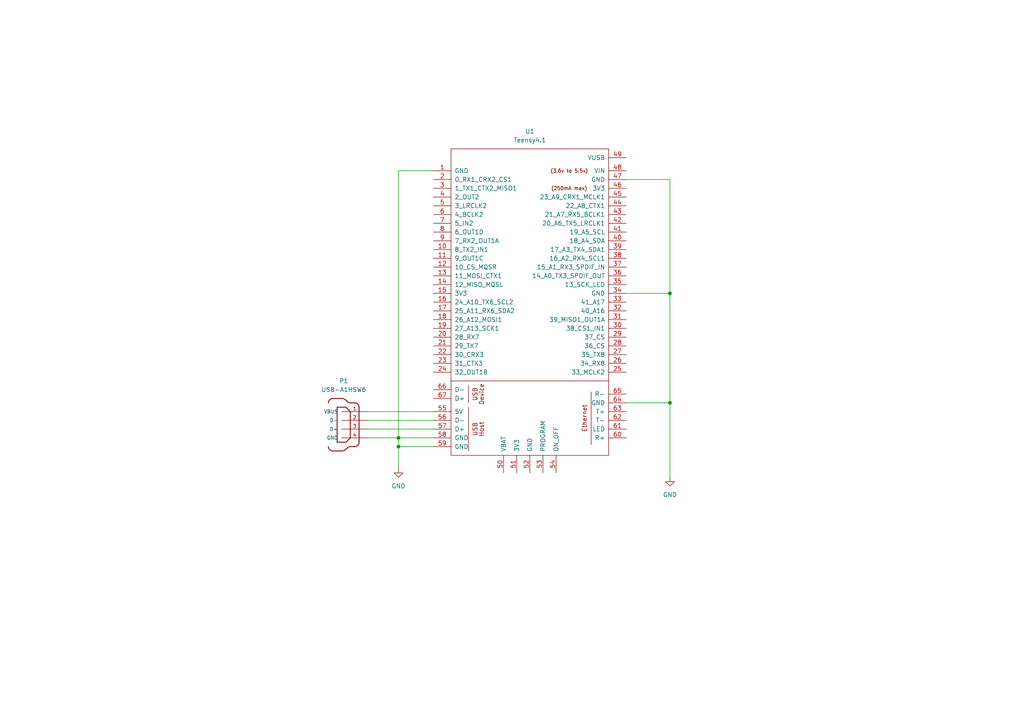
<source format=kicad_sch>
(kicad_sch (version 20211123) (generator eeschema)
  (paper "A4")
  (lib_symbols
    (symbol "USB-A1HSW6:USB-A1HSW6" (pin_names (offset 1.016))
      (property "Reference" "P" (at -2.5418 11.438 0))
      (property "Value" "USB-A1HSW6" (at -2.5436 -10.1744 0))
      (symbol "USB-A1HSW6_0_0"
        (arc (start -2.54 -3.81) (mid -2.168 -4.708) (end -1.27 -5.08) (stroke (width 0.254)))
        (arc (start -1.27 7.62) (mid -2.168 7.248) (end -2.54 6.35) (stroke (width 0.254)))
        (polyline (pts (xy -2.54 6.35) (xy -2.54 -3.81)) (stroke (width 0.254)))
        (polyline (pts (xy -1.27 -5.08) (xy 0 -5.08)) (stroke (width 0.254)))
        (polyline (pts (xy -1.27 7.62) (xy 0 7.62)) (stroke (width 0.254)))
        (polyline (pts (xy 0 -2.54) (xy 1.27 -3.81)) (stroke (width 0.254)))
        (polyline (pts (xy 0 5.08) (xy 0 -2.54)) (stroke (width 0.254)))
        (polyline (pts (xy 1.27 -3.81) (xy 3.81 -3.81)) (stroke (width 0.254)))
        (polyline (pts (xy 1.27 6.35) (xy 0 5.08)) (stroke (width 0.254)))
        (polyline (pts (xy 2.54 -6.35) (xy 5.08 -6.35)) (stroke (width 0.254)))
        (polyline (pts (xy 2.54 8.89) (xy 5.08 8.89)) (stroke (width 0.254)))
        (polyline (pts (xy 3.81 -3.81) (xy 3.81 6.35)) (stroke (width 0.254)))
        (polyline (pts (xy 3.81 6.35) (xy 1.27 6.35)) (stroke (width 0.254)))
        (arc (start 0 7.62) (mid 0.568 7.754) (end 1.016 8.128) (stroke (width 0.254)))
        (arc (start 1.016 -5.588) (mid 0.5667 -5.2134) (end 0 -5.08) (stroke (width 0.254)))
        (arc (start 1.016 -5.588) (mid 1.6881 -6.1489) (end 2.54 -6.35) (stroke (width 0.254)))
        (arc (start 2.54 8.89) (mid 1.6861 8.6879) (end 1.016 8.128) (stroke (width 0.254)))
        (arc (start 5.08 -6.35) (mid 5.978 -5.978) (end 6.35 -5.08) (stroke (width 0.254)))
        (arc (start 6.35 7.62) (mid 5.978 8.518) (end 5.08 8.89) (stroke (width 0.254)))
        (pin power_in line (at -5.08 5.08 0) (length 7.62) (name "VBUS") (number "1"))
        (pin bidirectional line (at -5.08 2.54 0) (length 7.62) (name "D-") (number "2"))
        (pin bidirectional line (at -5.08 0 0) (length 7.62) (name "D+") (number "3"))
        (pin power_in line (at -5.08 -2.54 0) (length 7.62) (name "GND") (number "4"))
      )
    )
    (symbol "power:GND" (power) (pin_names (offset 0))
      (property "Value" "GND" (at 0 -3.81 0))
      (symbol "GND_0_1"
        (polyline (pts (xy 0 0) (xy 0 -1.27) (xy 1.27 -1.27) (xy 0 -2.54) (xy -1.27 -1.27) (xy 0 -1.27)))
      )
      (symbol "GND_1_1"
        (pin power_in line (at 0 0 270) (length 0) hide (name "GND") (number "1"))
      )
    )
    (symbol "teensy:Teensy4.1" (pin_names (offset 1.016))
      (property "Reference" "U" (at 0 64.77 0))
      (property "Value" "Teensy4.1" (at 0 62.23 0))
      (symbol "Teensy4.1_0_0"
        (polyline (pts (xy -22.86 -6.35) (xy 22.86 -6.35)))
        (polyline (pts (xy -17.78 -26.67) (xy -17.78 -13.97)))
        (polyline (pts (xy -17.78 -7.62) (xy -17.78 -12.7)))
        (polyline (pts (xy 17.78 -9.525) (xy 17.78 -24.765)))
        (text "(250mA max)" (at 11.43 49.53 0) (effects (font (size 1.016 1.016))))
        (text "(3.6v to 5.5v)" (at 11.43 54.61 0) (effects (font (size 1.016 1.016))))
        (text "Device" (at -13.97 -10.16 900) (effects (font (size 1.27 1.27))))
        (text "Ethernet" (at 15.875 -17.145 900) (effects (font (size 1.27 1.27))))
        (text "Host" (at -13.97 -20.32 900) (effects (font (size 1.27 1.27))))
        (text "USB" (at -15.875 -20.32 900) (effects (font (size 1.27 1.27))))
        (text "USB" (at -15.875 -10.16 900) (effects (font (size 1.27 1.27))))
        (pin bidirectional line (at -27.94 31.75 0) (length 5.08) (name "8_TX2_IN1") (number "10"))
        (pin bidirectional line (at -27.94 29.21 0) (length 5.08) (name "9_OUT1C") (number "11"))
        (pin bidirectional line (at -27.94 26.67 0) (length 5.08) (name "10_CS_MQSR") (number "12"))
        (pin bidirectional line (at -27.94 24.13 0) (length 5.08) (name "11_MOSI_CTX1") (number "13"))
        (pin bidirectional line (at -27.94 21.59 0) (length 5.08) (name "12_MISO_MQSL") (number "14"))
        (pin power_in line (at -27.94 19.05 0) (length 5.08) (name "3V3") (number "15"))
        (pin bidirectional line (at -27.94 16.51 0) (length 5.08) (name "24_A10_TX6_SCL2") (number "16"))
        (pin bidirectional line (at -27.94 13.97 0) (length 5.08) (name "25_A11_RX6_SDA2") (number "17"))
        (pin bidirectional line (at -27.94 11.43 0) (length 5.08) (name "26_A12_MOSI1") (number "18"))
        (pin bidirectional line (at -27.94 8.89 0) (length 5.08) (name "27_A13_SCK1") (number "19"))
        (pin bidirectional line (at -27.94 6.35 0) (length 5.08) (name "28_RX7") (number "20"))
        (pin bidirectional line (at -27.94 3.81 0) (length 5.08) (name "29_TX7") (number "21"))
        (pin bidirectional line (at -27.94 1.27 0) (length 5.08) (name "30_CRX3") (number "22"))
        (pin bidirectional line (at -27.94 -1.27 0) (length 5.08) (name "31_CTX3") (number "23"))
        (pin bidirectional line (at -27.94 -3.81 0) (length 5.08) (name "32_OUT1B") (number "24"))
        (pin bidirectional line (at 27.94 -3.81 180) (length 5.08) (name "33_MCLK2") (number "25"))
        (pin bidirectional line (at 27.94 -1.27 180) (length 5.08) (name "34_RX8") (number "26"))
        (pin bidirectional line (at 27.94 1.27 180) (length 5.08) (name "35_TX8") (number "27"))
        (pin bidirectional line (at 27.94 3.81 180) (length 5.08) (name "36_CS") (number "28"))
        (pin bidirectional line (at 27.94 6.35 180) (length 5.08) (name "37_CS") (number "29"))
        (pin bidirectional line (at 27.94 8.89 180) (length 5.08) (name "38_CS1_IN1") (number "30"))
        (pin bidirectional line (at 27.94 11.43 180) (length 5.08) (name "39_MISO1_OUT1A") (number "31"))
        (pin bidirectional line (at 27.94 13.97 180) (length 5.08) (name "40_A16") (number "32"))
        (pin bidirectional line (at 27.94 16.51 180) (length 5.08) (name "41_A17") (number "33"))
        (pin bidirectional line (at 27.94 21.59 180) (length 5.08) (name "13_SCK_LED") (number "35"))
        (pin bidirectional line (at 27.94 24.13 180) (length 5.08) (name "14_A0_TX3_SPDIF_OUT") (number "36"))
        (pin bidirectional line (at 27.94 26.67 180) (length 5.08) (name "15_A1_RX3_SPDIF_IN") (number "37"))
        (pin bidirectional line (at 27.94 29.21 180) (length 5.08) (name "16_A2_RX4_SCL1") (number "38"))
        (pin bidirectional line (at 27.94 31.75 180) (length 5.08) (name "17_A3_TX4_SDA1") (number "39"))
        (pin bidirectional line (at 27.94 34.29 180) (length 5.08) (name "18_A4_SDA") (number "40"))
        (pin bidirectional line (at 27.94 36.83 180) (length 5.08) (name "19_A5_SCL") (number "41"))
        (pin bidirectional line (at 27.94 39.37 180) (length 5.08) (name "20_A6_TX5_LRCLK1") (number "42"))
        (pin bidirectional line (at 27.94 41.91 180) (length 5.08) (name "21_A7_RX5_BCLK1") (number "43"))
        (pin bidirectional line (at 27.94 44.45 180) (length 5.08) (name "22_A8_CTX1") (number "44"))
        (pin bidirectional line (at 27.94 46.99 180) (length 5.08) (name "23_A9_CRX1_MCLK1") (number "45"))
        (pin output line (at 27.94 49.53 180) (length 5.08) (name "3V3") (number "46"))
        (pin output line (at 27.94 52.07 180) (length 5.08) (name "GND") (number "47"))
        (pin power_in line (at 27.94 54.61 180) (length 5.08) (name "VIN") (number "48"))
        (pin power_out line (at 27.94 58.42 180) (length 5.08) (name "VUSB") (number "49"))
        (pin bidirectional line (at -27.94 44.45 0) (length 5.08) (name "3_LRCLK2") (number "5"))
        (pin power_in line (at -7.62 -33.02 90) (length 5.08) (name "VBAT") (number "50"))
        (pin power_in line (at -3.81 -33.02 90) (length 5.08) (name "3V3") (number "51"))
        (pin input line (at 0 -33.02 90) (length 5.08) (name "GND") (number "52"))
        (pin input line (at 3.81 -33.02 90) (length 5.08) (name "PROGRAM") (number "53"))
        (pin input line (at 7.62 -33.02 90) (length 5.08) (name "ON_OFF") (number "54"))
        (pin power_out line (at -27.94 -15.24 0) (length 5.08) (name "5V") (number "55"))
        (pin bidirectional line (at -27.94 -17.78 0) (length 5.08) (name "D-") (number "56"))
        (pin bidirectional line (at -27.94 -20.32 0) (length 5.08) (name "D+") (number "57"))
        (pin power_in line (at -27.94 -22.86 0) (length 5.08) (name "GND") (number "58"))
        (pin power_in line (at -27.94 -25.4 0) (length 5.08) (name "GND") (number "59"))
        (pin bidirectional line (at -27.94 41.91 0) (length 5.08) (name "4_BCLK2") (number "6"))
        (pin bidirectional line (at 27.94 -22.86 180) (length 5.08) (name "R+") (number "60"))
        (pin bidirectional line (at 27.94 -20.32 180) (length 5.08) (name "LED") (number "61"))
        (pin bidirectional line (at 27.94 -17.78 180) (length 5.08) (name "T-") (number "62"))
        (pin bidirectional line (at 27.94 -15.24 180) (length 5.08) (name "T+") (number "63"))
        (pin power_in line (at 27.94 -12.7 180) (length 5.08) (name "GND") (number "64"))
        (pin bidirectional line (at 27.94 -10.16 180) (length 5.08) (name "R-") (number "65"))
        (pin bidirectional line (at -27.94 -8.89 0) (length 5.08) (name "D-") (number "66"))
        (pin bidirectional line (at -27.94 -11.43 0) (length 5.08) (name "D+") (number "67"))
        (pin bidirectional line (at -27.94 39.37 0) (length 5.08) (name "5_IN2") (number "7"))
        (pin bidirectional line (at -27.94 36.83 0) (length 5.08) (name "6_OUT1D") (number "8"))
        (pin bidirectional line (at -27.94 34.29 0) (length 5.08) (name "7_RX2_OUT1A") (number "9"))
      )
      (symbol "Teensy4.1_0_1"
        (rectangle (start -22.86 60.96) (end 22.86 -27.94))
        (rectangle (start -20.32 -1.27) (end -20.32 -1.27))
      )
      (symbol "Teensy4.1_1_1"
        (pin power_in line (at -27.94 54.61 0) (length 5.08) (name "GND") (number "1"))
        (pin bidirectional line (at -27.94 52.07 0) (length 5.08) (name "0_RX1_CRX2_CS1") (number "2"))
        (pin bidirectional line (at -27.94 49.53 0) (length 5.08) (name "1_TX1_CTX2_MISO1") (number "3"))
        (pin power_in line (at 27.94 19.05 180) (length 5.08) (name "GND") (number "34"))
        (pin bidirectional line (at -27.94 46.99 0) (length 5.08) (name "2_OUT2") (number "4"))
      )
    )
  )
  (junction (at 194.31 85.09))
  (junction (at 115.57 129.54))
  (junction (at 115.57 127))
  (junction (at 194.31 116.84))
  (wire (pts (xy 194.31 138.43) (xy 194.31 116.84)))
  (wire (pts (xy 106.68 119.38) (xy 125.73 119.38)))
  (wire (pts (xy 194.31 85.09) (xy 194.31 52.07)))
  (wire (pts (xy 115.57 129.54) (xy 115.57 135.89)))
  (wire (pts (xy 115.57 127) (xy 115.57 49.53)))
  (wire (pts (xy 115.57 129.54) (xy 125.73 129.54)))
  (wire (pts (xy 115.57 127) (xy 115.57 129.54)))
  (wire (pts (xy 194.31 85.09) (xy 181.61 85.09)))
  (wire (pts (xy 115.57 127) (xy 125.73 127)))
  (wire (pts (xy 194.31 116.84) (xy 194.31 85.09)))
  (wire (pts (xy 106.68 127) (xy 115.57 127)))
  (wire (pts (xy 115.57 49.53) (xy 125.73 49.53)))
  (wire (pts (xy 194.31 52.07) (xy 181.61 52.07)))
  (wire (pts (xy 194.31 116.84) (xy 181.61 116.84)))
  (wire (pts (xy 106.68 124.46) (xy 125.73 124.46)))
  (wire (pts (xy 106.68 121.92) (xy 125.73 121.92)))
  (symbol (lib_id "power:GND") (at 115.57 135.89 0) (unit 1)
    (property "Reference" "#PWR0101" (effects hide))
    (property "Value" "GND" (at 115.57 140.97 0))
  )
  (symbol (lib_id "power:GND") (at 194.31 138.43 0) (unit 1)
    (property "Reference" "#PWR?" (effects hide))
    (property "Value" "GND" (at 194.31 143.51 0))
  )
  (symbol (lib_id "teensy:Teensy4.1") (at 153.67 104.14 0) (unit 1)
    (property "Reference" "U1" (at 153.67 38.1 0))
    (property "Value" "Teensy4.1" (at 153.67 40.64 0))
    (property "Footprint" "teensy-usb:Teensy41-usb" (effects hide))
  )
  (symbol (lib_id "USB-A1HSW6:USB-A1HSW6") (at 101.6 124.46 0) (mirror y) (unit 1)
    (property "Reference" "P1" (at 99.695 110.49 0))
    (property "Value" "USB-A1HSW6" (at 99.695 113.03 0))
    (property "Footprint" "USB-A1HSW6:OST_USB-A1HSW6" (effects hide))
    (property "MANUFACTURER" "On-Shore Technology, Inc." (effects hide))
  )
)
</source>
